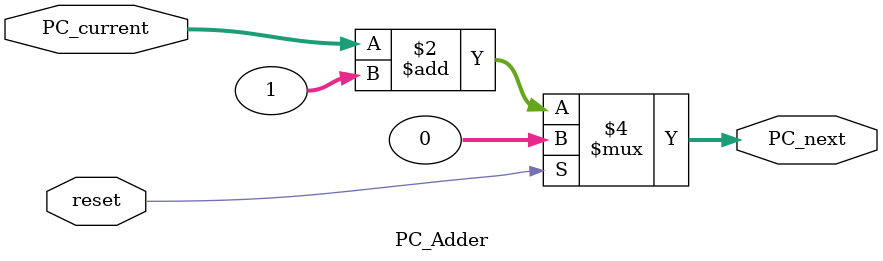
<source format=v>
module PC_Adder(PC_current,PC_next, reset);

	input [31:0] PC_current;
	input reset;
	
	output reg [31:0] PC_next;
	
	always @(*) begin
		
		if(reset)
		begin
			PC_next = 0;
		end
		else
		begin
			PC_next = PC_current + 1; //soma 1 representado em 32 bits para ir para a proxima linha do .txt
		end
	end
	
endmodule
</source>
